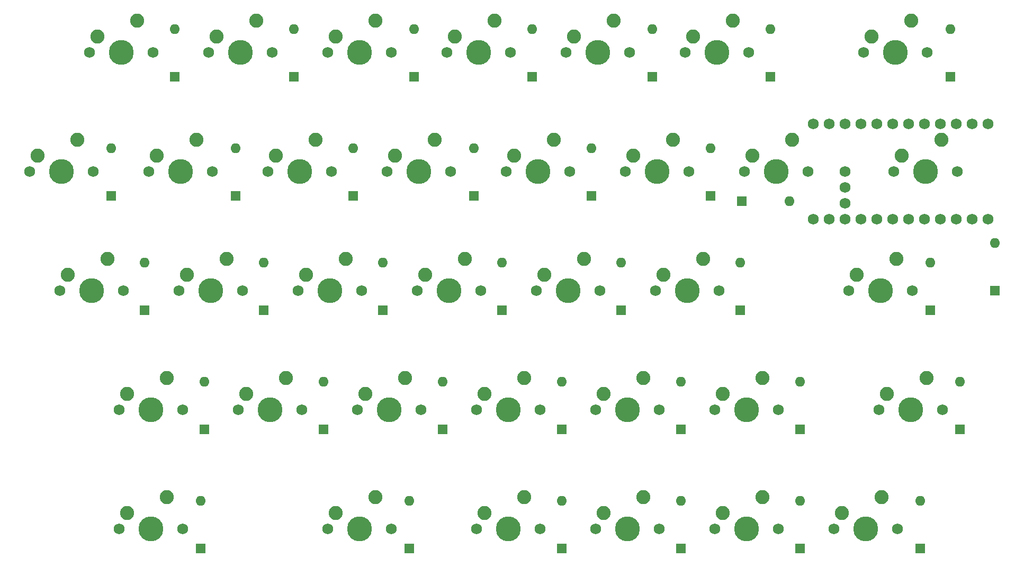
<source format=gbr>
G04 #@! TF.GenerationSoftware,KiCad,Pcbnew,(5.1.4-0)*
G04 #@! TF.CreationDate,2022-08-11T17:04:41-05:00*
G04 #@! TF.ProjectId,keyboard,6b657962-6f61-4726-942e-6b696361645f,rev?*
G04 #@! TF.SameCoordinates,Original*
G04 #@! TF.FileFunction,Soldermask,Bot*
G04 #@! TF.FilePolarity,Negative*
%FSLAX46Y46*%
G04 Gerber Fmt 4.6, Leading zero omitted, Abs format (unit mm)*
G04 Created by KiCad (PCBNEW (5.1.4-0)) date 2022-08-11 17:04:41*
%MOMM*%
%LPD*%
G04 APERTURE LIST*
%ADD10C,2.250000*%
%ADD11C,3.987800*%
%ADD12C,1.750000*%
%ADD13C,1.752600*%
%ADD14O,1.600000X1.600000*%
%ADD15R,1.600000X1.600000*%
G04 APERTURE END LIST*
D10*
X143033750Y-42545000D03*
D11*
X140493750Y-47625000D03*
D10*
X136683750Y-45085000D03*
D12*
X135413750Y-47625000D03*
X145573750Y-47625000D03*
D10*
X145415000Y-4445000D03*
D11*
X142875000Y-9525000D03*
D10*
X139065000Y-6985000D03*
D12*
X137795000Y-9525000D03*
X147955000Y-9525000D03*
D10*
X26352500Y-80645000D03*
D11*
X23812500Y-85725000D03*
D10*
X20002500Y-83185000D03*
D12*
X18732500Y-85725000D03*
X28892500Y-85725000D03*
D13*
X157638750Y-36195000D03*
X155098750Y-36195000D03*
X152558750Y-36195000D03*
X150018750Y-36195000D03*
X147478750Y-36195000D03*
X144938750Y-36195000D03*
X142398750Y-36195000D03*
X139858750Y-36195000D03*
X137318750Y-36195000D03*
X134778750Y-36195000D03*
X132238750Y-36195000D03*
X129698750Y-20955000D03*
X132238750Y-20955000D03*
X134778750Y-20955000D03*
X137318750Y-20955000D03*
X139858750Y-20955000D03*
X142398750Y-20955000D03*
X144938750Y-20955000D03*
X147478750Y-20955000D03*
X150018750Y-20955000D03*
X152558750Y-20955000D03*
X155098750Y-20955000D03*
X129698750Y-36195000D03*
X157638750Y-20955000D03*
X134778750Y-33655000D03*
X134778750Y-31115000D03*
X134778750Y-28575000D03*
D10*
X140652500Y-80645000D03*
D11*
X138112500Y-85725000D03*
D10*
X134302500Y-83185000D03*
D12*
X133032500Y-85725000D03*
X143192500Y-85725000D03*
D10*
X121602500Y-80645000D03*
D11*
X119062500Y-85725000D03*
D10*
X115252500Y-83185000D03*
D12*
X113982500Y-85725000D03*
X124142500Y-85725000D03*
D10*
X102552500Y-80645000D03*
D11*
X100012500Y-85725000D03*
D10*
X96202500Y-83185000D03*
D12*
X94932500Y-85725000D03*
X105092500Y-85725000D03*
D10*
X83502500Y-80645000D03*
D11*
X80962500Y-85725000D03*
D10*
X77152500Y-83185000D03*
D12*
X75882500Y-85725000D03*
X86042500Y-85725000D03*
D10*
X59690000Y-80645000D03*
D11*
X57150000Y-85725000D03*
D10*
X53340000Y-83185000D03*
D12*
X52070000Y-85725000D03*
X62230000Y-85725000D03*
D10*
X147796250Y-61595000D03*
D11*
X145256250Y-66675000D03*
D10*
X141446250Y-64135000D03*
D12*
X140176250Y-66675000D03*
X150336250Y-66675000D03*
D10*
X121602500Y-61595000D03*
D11*
X119062500Y-66675000D03*
D10*
X115252500Y-64135000D03*
D12*
X113982500Y-66675000D03*
X124142500Y-66675000D03*
D10*
X102552500Y-61595000D03*
D11*
X100012500Y-66675000D03*
D10*
X96202500Y-64135000D03*
D12*
X94932500Y-66675000D03*
X105092500Y-66675000D03*
D10*
X83502500Y-61595000D03*
D11*
X80962500Y-66675000D03*
D10*
X77152500Y-64135000D03*
D12*
X75882500Y-66675000D03*
X86042500Y-66675000D03*
D10*
X64452500Y-61595000D03*
D11*
X61912500Y-66675000D03*
D10*
X58102500Y-64135000D03*
D12*
X56832500Y-66675000D03*
X66992500Y-66675000D03*
D10*
X45402500Y-61595000D03*
D11*
X42862500Y-66675000D03*
D10*
X39052500Y-64135000D03*
D12*
X37782500Y-66675000D03*
X47942500Y-66675000D03*
D10*
X26352500Y-61595000D03*
D11*
X23812500Y-66675000D03*
D10*
X20002500Y-64135000D03*
D12*
X18732500Y-66675000D03*
X28892500Y-66675000D03*
D10*
X112077500Y-42545000D03*
D11*
X109537500Y-47625000D03*
D10*
X105727500Y-45085000D03*
D12*
X104457500Y-47625000D03*
X114617500Y-47625000D03*
D10*
X93027500Y-42545000D03*
D11*
X90487500Y-47625000D03*
D10*
X86677500Y-45085000D03*
D12*
X85407500Y-47625000D03*
X95567500Y-47625000D03*
D10*
X73977500Y-42545000D03*
D11*
X71437500Y-47625000D03*
D10*
X67627500Y-45085000D03*
D12*
X66357500Y-47625000D03*
X76517500Y-47625000D03*
D10*
X54927500Y-42545000D03*
D11*
X52387500Y-47625000D03*
D10*
X48577500Y-45085000D03*
D12*
X47307500Y-47625000D03*
X57467500Y-47625000D03*
D10*
X35877500Y-42545000D03*
D11*
X33337500Y-47625000D03*
D10*
X29527500Y-45085000D03*
D12*
X28257500Y-47625000D03*
X38417500Y-47625000D03*
D10*
X16827500Y-42545000D03*
D11*
X14287500Y-47625000D03*
D10*
X10477500Y-45085000D03*
D12*
X9207500Y-47625000D03*
X19367500Y-47625000D03*
D10*
X150177500Y-23495000D03*
D11*
X147637500Y-28575000D03*
D10*
X143827500Y-26035000D03*
D12*
X142557500Y-28575000D03*
X152717500Y-28575000D03*
D10*
X126365000Y-23495000D03*
D11*
X123825000Y-28575000D03*
D10*
X120015000Y-26035000D03*
D12*
X118745000Y-28575000D03*
X128905000Y-28575000D03*
D10*
X107315000Y-23495000D03*
D11*
X104775000Y-28575000D03*
D10*
X100965000Y-26035000D03*
D12*
X99695000Y-28575000D03*
X109855000Y-28575000D03*
D10*
X88265000Y-23495000D03*
D11*
X85725000Y-28575000D03*
D10*
X81915000Y-26035000D03*
D12*
X80645000Y-28575000D03*
X90805000Y-28575000D03*
D10*
X69215000Y-23495000D03*
D11*
X66675000Y-28575000D03*
D10*
X62865000Y-26035000D03*
D12*
X61595000Y-28575000D03*
X71755000Y-28575000D03*
D10*
X50165000Y-23495000D03*
D11*
X47625000Y-28575000D03*
D10*
X43815000Y-26035000D03*
D12*
X42545000Y-28575000D03*
X52705000Y-28575000D03*
D10*
X31115000Y-23495000D03*
D11*
X28575000Y-28575000D03*
D10*
X24765000Y-26035000D03*
D12*
X23495000Y-28575000D03*
X33655000Y-28575000D03*
D10*
X12065000Y-23495000D03*
D11*
X9525000Y-28575000D03*
D10*
X5715000Y-26035000D03*
D12*
X4445000Y-28575000D03*
X14605000Y-28575000D03*
D10*
X116840000Y-4445000D03*
D11*
X114300000Y-9525000D03*
D10*
X110490000Y-6985000D03*
D12*
X109220000Y-9525000D03*
X119380000Y-9525000D03*
D10*
X97790000Y-4445000D03*
D11*
X95250000Y-9525000D03*
D10*
X91440000Y-6985000D03*
D12*
X90170000Y-9525000D03*
X100330000Y-9525000D03*
D10*
X78740000Y-4445000D03*
D11*
X76200000Y-9525000D03*
D10*
X72390000Y-6985000D03*
D12*
X71120000Y-9525000D03*
X81280000Y-9525000D03*
D10*
X59690000Y-4445000D03*
D11*
X57150000Y-9525000D03*
D10*
X53340000Y-6985000D03*
D12*
X52070000Y-9525000D03*
X62230000Y-9525000D03*
D10*
X40640000Y-4445000D03*
D11*
X38100000Y-9525000D03*
D10*
X34290000Y-6985000D03*
D12*
X33020000Y-9525000D03*
X43180000Y-9525000D03*
D10*
X21590000Y-4445000D03*
D11*
X19050000Y-9525000D03*
D10*
X15240000Y-6985000D03*
D12*
X13970000Y-9525000D03*
X24130000Y-9525000D03*
D14*
X146843750Y-81280000D03*
D15*
X146843750Y-88900000D03*
D14*
X127587500Y-81280000D03*
D15*
X127587500Y-88900000D03*
D14*
X108537500Y-81280000D03*
D15*
X108537500Y-88900000D03*
D14*
X89487500Y-81280000D03*
D15*
X89487500Y-88900000D03*
D14*
X65087500Y-81280000D03*
D15*
X65087500Y-88900000D03*
D14*
X31750000Y-81280000D03*
D15*
X31750000Y-88900000D03*
D14*
X153193750Y-62230000D03*
D15*
X153193750Y-69850000D03*
D14*
X127587500Y-62230000D03*
D15*
X127587500Y-69850000D03*
D14*
X108537500Y-62230000D03*
D15*
X108537500Y-69850000D03*
D14*
X89487500Y-62230000D03*
D15*
X89487500Y-69850000D03*
D14*
X70437500Y-62230000D03*
D15*
X70437500Y-69850000D03*
D14*
X51387500Y-62230000D03*
D15*
X51387500Y-69850000D03*
D14*
X32337500Y-62230000D03*
D15*
X32337500Y-69850000D03*
D14*
X148431250Y-43180000D03*
D15*
X148431250Y-50800000D03*
D14*
X118062500Y-43180000D03*
D15*
X118062500Y-50800000D03*
D14*
X99012500Y-43180000D03*
D15*
X99012500Y-50800000D03*
D14*
X79962500Y-43180000D03*
D15*
X79962500Y-50800000D03*
D14*
X60912500Y-43180000D03*
D15*
X60912500Y-50800000D03*
D14*
X41862500Y-43180000D03*
D15*
X41862500Y-50800000D03*
D14*
X22812500Y-43180000D03*
D15*
X22812500Y-50800000D03*
D14*
X158750000Y-40005000D03*
D15*
X158750000Y-47625000D03*
D14*
X125888750Y-33337500D03*
D15*
X118268750Y-33337500D03*
D14*
X113300000Y-24923750D03*
D15*
X113300000Y-32543750D03*
D14*
X94250000Y-24923750D03*
D15*
X94250000Y-32543750D03*
D14*
X75406250Y-24923750D03*
D15*
X75406250Y-32543750D03*
D14*
X56150000Y-24923750D03*
D15*
X56150000Y-32543750D03*
D14*
X37306250Y-24923750D03*
D15*
X37306250Y-32543750D03*
D14*
X17462500Y-24923750D03*
D15*
X17462500Y-32543750D03*
D14*
X151606250Y-5873750D03*
D15*
X151606250Y-13493750D03*
D14*
X122825000Y-5873750D03*
D15*
X122825000Y-13493750D03*
D14*
X103981250Y-5873750D03*
D15*
X103981250Y-13493750D03*
D14*
X84725000Y-5873750D03*
D15*
X84725000Y-13493750D03*
D14*
X65881250Y-5873750D03*
D15*
X65881250Y-13493750D03*
D14*
X46625000Y-5873750D03*
D15*
X46625000Y-13493750D03*
D14*
X27575000Y-5873750D03*
D15*
X27575000Y-13493750D03*
M02*

</source>
